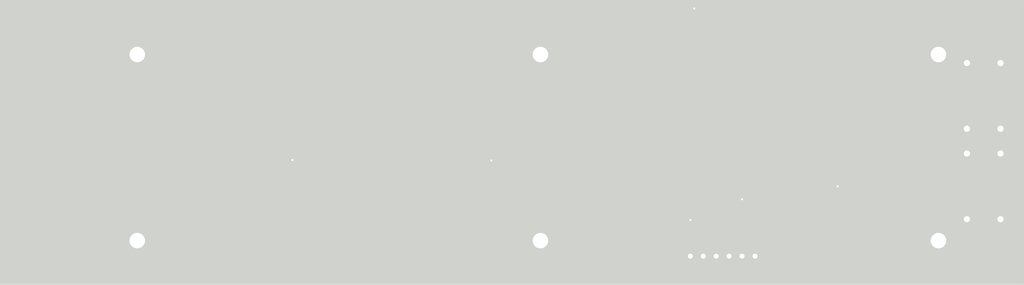
<source format=kicad_pcb>
(kicad_pcb (version 20211014) (generator pcbnew)
  (layers (0 "F.Cu" signal) (31 "B.Cu" signal) (34 "B.Paste" user) (35 "F.Paste" user) (36 "B.SilkS" user "B.Silkscreen") (37 "F.SilkS" user "F.Silkscreen") (38 "B.Mask" user) (39 "F.Mask" user) (44 "Edge.Cuts" user))
  (net 0 "")
  (net 1 "Net-(H11-Pad1)")
  (net 2 "Net-(H12-Pad1)")
  (net 3 "Net-(H14-Pad1)")
  (net 4 "Net-(H5V1-Pad1)")
  (net 5 "Net-(H13-Pad1)")
  (net 6 "GND")
  (footprint "project_fp:SolderWirePad_1x01_SMD_5x10mm" (layer "F.Cu") (at 151 115.6)
    (fp_text reference "H13" (at 0 -3.81) (layer "F.SilkS"))
    (fp_text value "MountingHole_Pad")
    (pad "1" smd rect (at 0 0) (size 5 10) (layers "F.Cu" "F.Paste" "F.Mask") (net 5 "Net-(H13-Pad1)"))
  )
  (footprint "project_fp:SolderWirePad_1x01_SMD_5x10mm" (layer "F.Cu") (at 190 115.1)
    (fp_text reference "H14" (at 0 -3.81) (layer "F.SilkS"))
    (fp_text value "MountingHole_Pad")
    (pad "1" smd rect locked (at 0 0) (size 5 10) (layers "F.Cu" "F.Paste" "F.Mask") (net 3 "Net-(H14-Pad1)"))
  )
  (footprint "project_fp:SolderWirePad_1x01_SMD_5x10mm" (layer "F.Cu") (at 53.5 115.5)
    (fp_text reference "H5V1" (at 0 -3.81) (layer "F.SilkS"))
    (fp_text value "MountingHole_Pad")
    (pad "1" smd rect locked (at 0 0) (size 5 10) (layers "F.Cu" "F.Paste" "F.Mask") (net 4 "Net-(H5V1-Pad1)"))
  )
  (footprint "Resistor_THT:R_Axial_DIN0411_L9.9mm_D3.6mm_P12.70mm_Horizontal" (layer "F.Cu") (at 210.5 136.15 -90)
    (fp_text reference "R4" (at 6.35 -2.92 -90) (layer "F.SilkS"))
    (fp_text value "R_Variable")
    (fp_line (start 1.28 -1.44) (end 1.28 -1.92) (layer "F.SilkS") (width 0.12))
    (fp_line (start 1.28 1.92) (end 11.42 1.92) (layer "F.SilkS") (width 0.12))
    (fp_line (start 11.42 -1.92) (end 11.42 -1.44) (layer "F.SilkS") (width 0.12))
    (fp_line (start 11.42 1.92) (end 11.42 1.44) (layer "F.SilkS") (width 0.12))
    (fp_line (start 1.28 -1.92) (end 11.42 -1.92) (layer "F.SilkS") (width 0.12))
    (fp_line (start 1.28 1.44) (end 1.28 1.92) (layer "F.SilkS") (width 0.12))
    (pad "1" thru_hole circle (at 0 0 270) (size 2.4 2.4) (drill 1.2) (layers *.Cu *.Mask) (net 6 "GND"))
    (pad "2" thru_hole oval (at 12.7 0 270) (size 2.4 2.4) (drill 1.2) (layers *.Cu *.Mask) (net 3 "Net-(H14-Pad1)"))
  )
  (footprint "MountingHole:MountingHole_3mm" (layer "F.Cu") (at 198.5 117)
    (fp_text reference "H3" (at 0 -4) (layer "F.SilkS"))
    (fp_text value "MountingHole")
    (pad "" np_thru_hole circle (at 0 0) (size 3 3) (drill 3) (layers *.Cu *.Mask))
  )
  (footprint "MountingHole:MountingHole_3mm" (layer "F.Cu") (at 43.5 153)
    (fp_text reference "H6" (at 0 -4) (layer "F.SilkS"))
    (fp_text value "MountingHole")
    (pad "" np_thru_hole circle (at 0 0) (size 3 3) (drill 3) (layers *.Cu *.Mask))
  )
  (footprint "MountingHole:MountingHole_3mm" (layer "F.Cu") (at 198.5 153)
    (fp_text reference "H2" (at 0 -4) (layer "F.SilkS"))
    (fp_text value "MountingHole")
    (pad "" np_thru_hole circle (at 0 0) (size 3 3) (drill 3) (layers *.Cu *.Mask))
  )
  (footprint "project_fp:SolderWirePad_1x01_SMD_5x10mm" (layer "F.Cu") (at 112 115.6)
    (fp_text reference "H12" (at 0 -3.81) (layer "F.SilkS"))
    (fp_text value "MountingHole_Pad")
    (pad "1" smd rect locked (at 0 0) (size 5 10) (layers "F.Cu" "F.Paste" "F.Mask") (net 2 "Net-(H12-Pad1)"))
  )
  (footprint "project_fp:SolderWirePad_1x01_SMD_5x10mm" (layer "F.Cu") (at 131 115.6)
    (fp_text reference "H5V3" (at 0 -3.81) (layer "F.SilkS"))
    (fp_text value "MountingHole_Pad")
    (pad "1" smd rect locked (at 0 0) (size 5 10) (layers "F.Cu" "F.Paste" "F.Mask") (net 4 "Net-(H5V1-Pad1)"))
  )
  (footprint "project_fp:SolderWirePad_1x01_SMD_5x10mm" (layer "F.Cu") (at 73.4 115.5)
    (fp_text reference "H11" (at 0 -3.81) (layer "F.SilkS"))
    (fp_text value "MountingHole_Pad")
    (pad "1" smd rect locked (at 0 0) (size 5 10) (layers "F.Cu" "F.Paste" "F.Mask") (net 1 "Net-(H11-Pad1)"))
  )
  (footprint "Resistor_THT:R_Axial_DIN0411_L9.9mm_D3.6mm_P12.70mm_Horizontal" (layer "F.Cu") (at 204 118.65 -90)
    (fp_text reference "R1" (at 6.35 -2.92 -90) (layer "F.SilkS"))
    (fp_text value "R_Variable")
    (fp_line (start 1.28 -1.92) (end 11.42 -1.92) (layer "F.SilkS") (width 0.12))
    (fp_line (start 1.28 1.92) (end 11.42 1.92) (layer "F.SilkS") (width 0.12))
    (fp_line (start 1.28 1.44) (end 1.28 1.92) (layer "F.SilkS") (width 0.12))
    (fp_line (start 11.42 -1.92) (end 11.42 -1.44) (layer "F.SilkS") (width 0.12))
    (fp_line (start 11.42 1.92) (end 11.42 1.44) (layer "F.SilkS") (width 0.12))
    (fp_line (start 1.28 -1.44) (end 1.28 -1.92) (layer "F.SilkS") (width 0.12))
    (pad "1" thru_hole circle (at 0 0 270) (size 2.4 2.4) (drill 1.2) (layers *.Cu *.Mask) (net 6 "GND"))
    (pad "2" thru_hole oval (at 12.7 0 270) (size 2.4 2.4) (drill 1.2) (layers *.Cu *.Mask) (net 5 "Net-(H13-Pad1)"))
  )
  (footprint "MountingHole:MountingHole_3mm" (layer "F.Cu") (at 43.5 117)
    (fp_text reference "H1" (at 0 -4) (layer "F.SilkS"))
    (fp_text value "MountingHole")
    (pad "" np_thru_hole circle (at 0 0) (size 3 3) (drill 3) (layers *.Cu *.Mask))
  )
  (footprint "Connector_JST:JST_XH_B6B-XH-A_1x06_P2.50mm_Vertical" (layer "F.Cu") (at 150.5 156)
    (fp_text reference "J?3=FSR4;6=FSR1" (at 6.25 -3.55) (layer "F.SilkS"))
    (fp_text value "06JQ-BT")
    (fp_line (start -2.85 -2.75) (end -2.85 -1.5) (layer "F.SilkS") (width 0.12))
    (fp_line (start 13.25 -1.7) (end 15.05 -1.7) (layer "F.SilkS") (width 0.12))
    (fp_line (start -1.8 2.75) (end 6.25 2.75) (layer "F.SilkS") (width 0.12))
    (fp_line (start -0.75 -2.45) (end -2.55 -2.45) (layer "F.SilkS") (width 0.12))
    (fp_line (start 15.06 3.51) (end 15.06 -2.46) (layer "F.SilkS") (width 0.12))
    (fp_line (start -2.56 3.51) (end 15.06 3.51) (layer "F.SilkS") (width 0.12))
    (fp_line (start 15.05 -1.7) (end 15.05 -2.45) (layer "F.SilkS") (width 0.12))
    (fp_line (start 15.05 -2.45) (end 13.25 -2.45) (layer "F.SilkS") (width 0.12))
    (fp_line (start 15.06 -2.46) (end -2.56 -2.46) (layer "F.SilkS") (width 0.12))
    (fp_line (start -0.75 -1.7) (end -0.75 -2.45) (layer "F.SilkS") (width 0.12))
    (fp_line (start 0.75 -2.45) (end 0.75 -1.7) (layer "F.SilkS") (width 0.12))
    (fp_line (start 14.3 2.75) (end 6.25 2.75) (layer "F.SilkS") (width 0.12))
    (fp_line (start 14.3 -0.2) (end 14.3 2.75) (layer "F.SilkS") (width 0.12))
    (fp_line (start 15.05 -0.2) (end 14.3 -0.2) (layer "F.SilkS") (width 0.12))
    (fp_line (start 11.75 -1.7) (end 11.75 -2.45) (layer "F.SilkS") (width 0.12))
    (fp_line (start -2.56 -2.46) (end -2.56 3.51) (layer "F.SilkS") (width 0.12))
    (fp_line (start 13.25 -2.45) (end 13.25 -1.7) (layer "F.SilkS") (width 0.12))
    (fp_line (start 0.75 -1.7) (end 11.75 -1.7) (layer "F.SilkS") (width 0.12))
    (fp_line (start -2.55 -2.45) (end -2.55 -1.7) (layer "F.SilkS") (width 0.12))
    (fp_line (start -2.55 -1.7) (end -0.75 -1.7) (layer "F.SilkS") (width 0.12))
    (fp_line (start -1.8 -0.2) (end -1.8 2.75) (layer "F.SilkS") (width 0.12))
    (fp_line (start -2.55 -0.2) (end -1.8 -0.2) (layer "F.SilkS") (width 0.12))
    (fp_line (start -1.6 -2.75) (end -2.85 -2.75) (layer "F.SilkS") (width 0.12))
    (fp_line (start 11.75 -2.45) (end 0.75 -2.45) (layer "F.SilkS") (width 0.12))
    (pad "1" thru_hole roundrect (at 0 0) (size 1.7 1.95) (drill 0.95) (layers *.Cu *.Mask) (roundrect_rratio 0.1470588235) (net 6 "GND"))
    (pad "2" thru_hole oval (at 2.5 0) (size 1.7 1.95) (drill 0.95) (layers *.Cu *.Mask) (net 4 "Net-(H5V1-Pad1)"))
    (pad "3" thru_hole oval (at 5 0) (size 1.7 1.95) (drill 0.95) (layers *.Cu *.Mask) (net 3 "Net-(H14-Pad1)"))
    (pad "4" thru_hole oval (at 7.5 0) (size 1.7 1.95) (drill 0.95) (layers *.Cu *.Mask) (net 5 "Net-(H13-Pad1)"))
    (pad "5" thru_hole oval (at 10 0) (size 1.7 1.95) (drill 0.95) (layers *.Cu *.Mask) (net 2 "Net-(H12-Pad1)"))
    (pad "6" thru_hole oval (at 12.5 0) (size 1.7 1.95) (drill 0.95) (layers *.Cu *.Mask) (net 1 "Net-(H11-Pad1)"))
  )
  (footprint "Resistor_THT:R_Axial_DIN0411_L9.9mm_D3.6mm_P12.70mm_Horizontal" (layer "F.Cu") (at 204 136.15 -90)
    (fp_text reference "R3" (at 6.35 -2.92 -90) (layer "F.SilkS"))
    (fp_text value "R_Variable")
    (fp_line (start 11.42 -1.92) (end 11.42 -1.44) (layer "F.SilkS") (width 0.12))
    (fp_line (start 1.28 -1.92) (end 11.42 -1.92) (layer "F.SilkS") (width 0.12))
    (fp_line (start 1.28 1.44) (end 1.28 1.92) (layer "F.SilkS") (width 0.12))
    (fp_line (start 1.28 1.92) (end 11.42 1.92) (layer "F.SilkS") (width 0.12))
    (fp_line (start 11.42 1.92) (end 11.42 1.44) (layer "F.SilkS") (width 0.12))
    (fp_line (start 1.28 -1.44) (end 1.28 -1.92) (layer "F.SilkS") (width 0.12))
    (pad "1" thru_hole circle (at 0 0 270) (size 2.4 2.4) (drill 1.2) (layers *.Cu *.Mask) (net 6 "GND"))
    (pad "2" thru_hole oval (at 12.7 0 270) (size 2.4 2.4) (drill 1.2) (layers *.Cu *.Mask) (net 2 "Net-(H12-Pad1)"))
  )
  (footprint "project_fp:SolderWirePad_1x01_SMD_5x10mm" (layer "F.Cu") (at 92 115.7)
    (fp_text reference "H5V2" (at 0 -3.81) (layer "F.SilkS"))
    (fp_text value "MountingHole_Pad")
    (pad "1" smd rect locked (at 0 0) (size 5 10) (layers "F.Cu" "F.Paste" "F.Mask") (net 4 "Net-(H5V1-Pad1)"))
  )
  (footprint "Resistor_THT:R_Axial_DIN0411_L9.9mm_D3.6mm_P12.70mm_Horizontal" (layer "F.Cu") (at 210.5 118.65 -90)
    (fp_text reference "R2" (at 6.35 -2.92 -90) (layer "F.SilkS"))
    (fp_text value "R_Variable")
    (fp_line (start 1.28 -1.44) (end 1.28 -1.92) (layer "F.SilkS") (width 0.12))
    (fp_line (start 11.42 1.92) (end 11.42 1.44) (layer "F.SilkS") (width 0.12))
    (fp_line (start 1.28 -1.92) (end 11.42 -1.92) (layer "F.SilkS") (width 0.12))
    (fp_line (start 11.42 -1.92) (end 11.42 -1.44) (layer "F.SilkS") (width 0.12))
    (fp_line (start 1.28 1.44) (end 1.28 1.92) (layer "F.SilkS") (width 0.12))
    (fp_line (start 1.28 1.92) (end 11.42 1.92) (layer "F.SilkS") (width 0.12))
    (pad "1" thru_hole circle (at 0 0 270) (size 2.4 2.4) (drill 1.2) (layers *.Cu *.Mask) (net 6 "GND"))
    (pad "2" thru_hole oval (at 12.7 0 270) (size 2.4 2.4) (drill 1.2) (layers *.Cu *.Mask) (net 1 "Net-(H11-Pad1)"))
  )
  (footprint "MountingHole:MountingHole_3mm" (layer "F.Cu") (at 121.5 153)
    (fp_text reference "H10" (at 0 -4) (layer "F.SilkS"))
    (fp_text value "MountingHole")
    (pad "" np_thru_hole circle (at 0 0) (size 3 3) (drill 3) (layers *.Cu *.Mask))
  )
  (footprint "project_fp:SolderWirePad_1x01_SMD_5x10mm" (layer "F.Cu") (at 170 115.1)
    (fp_text reference "H5V4" (at 0 -3.81) (layer "F.SilkS"))
    (fp_text value "MountingHole_Pad")
    (pad "1" smd rect locked (at 0 0) (size 5 10) (layers "F.Cu" "F.Paste" "F.Mask") (net 4 "Net-(H5V1-Pad1)"))
  )
  (footprint "MountingHole:MountingHole_3mm" (layer "F.Cu") (at 121.5 117)
    (fp_text reference "H5" (at 0 -4) (layer "F.SilkS"))
    (fp_text value "MountingHole")
    (pad "" np_thru_hole circle (at 0 0) (size 3 3) (drill 3) (layers *.Cu *.Mask))
  )
  (gr_rect (start 17 106.5) (end 215 161.5) (layer "Edge.Cuts") (width 0.1) (fill none))
  (segment (start 73.5 115.6) (end 73.5 137.4) (width 0.5) (layer "F.Cu") (net 1))
  (segment (start 73.5 137.5) (end 73.4 137.6) (width 0.5) (layer "F.Cu") (net 1))
  (via (at 73.5 137.4) (size 0.8) (drill 0.4) (layers "F.Cu" "B.Cu") (net 1))
  (segment (start 213.5 154) (end 213.5 133) (width 0.5) (layer "B.Cu") (net 1))
  (segment (start 75.5 148.5) (end 73.5 146.5) (width 0.5) (layer "B.Cu") (net 1))
  (segment (start 73.5 146.5) (end 73.5 137.4) (width 0.5) (layer "B.Cu") (net 1))
  (segment (start 182.5 159.5) (end 208 159.5) (width 0.5) (layer "B.Cu") (net 1))
  (segment (start 163 152) (end 163 156) (width 0.5) (layer "B.Cu") (net 1))
  (segment (start 174 151) (end 182.5 159.5) (width 0.5) (layer "B.Cu") (net 1))
  (segment (start 211.85 131.35) (end 210.5 131.35) (width 0.5) (layer "B.Cu") (net 1))
  (segment (start 208 159.5) (end 213.5 154) (width 0.5) (layer "B.Cu") (net 1))
  (segment (start 163 151) (end 164 151) (width 0.5) (layer "B.Cu") (net 1))
  (segment (start 163 151) (end 174 151) (width 0.5) (layer "B.Cu") (net 1))
  (segment (start 163 151) (end 128.5 151) (width 0.5) (layer "B.Cu") (net 1))
  (segment (start 213.5 133) (end 211.85 131.35) (width 0.5) (layer "B.Cu") (net 1))
  (segment (start 128.5 151) (end 126 148.5) (width 0.5) (layer "B.Cu") (net 1))
  (segment (start 126 148.5) (end 75.5 148.5) (width 0.5) (layer "B.Cu") (net 1))
  (segment (start 164 151) (end 163 152) (width 0.5) (layer "B.Cu") (net 1))
  (segment (start 112 115.6) (end 112 137.5) (width 0.5) (layer "F.Cu") (net 2))
  (segment (start 160.5 145) (end 160.5 156) (width 0.5) (layer "F.Cu") (net 2))
  (via (at 160.5 145) (size 0.8) (drill 0.4) (layers "F.Cu" "B.Cu") (net 2))
  (via (at 112 137.5) (size 0.8) (drill 0.4) (layers "F.Cu" "B.Cu") (net 2))
  (segment (start 201.89 145) (end 204 147.11) (width 0.5) (layer "B.Cu") (net 2))
  (segment (start 119.5 145) (end 160.5 145) (width 0.5) (layer "B.Cu") (net 2))
  (segment (start 204 147.11) (end 204 148.85) (width 0.5) (layer "B.Cu") (net 2))
  (segment (start 112 137.5) (end 119.5 145) (width 0.5) (layer "B.Cu") (net 2))
  (segment (start 160.5 145) (end 201.89 145) (width 0.5) (layer "B.Cu") (net 2))
  (segment (start 210.5 147.11) (end 210.5 148.85) (width 0.5) (layer "F.Cu") (net 3))
  (segment (start 179 139) (end 174.5 143.5) (width 0.5) (layer "F.Cu") (net 3))
  (segment (start 159.5 143.5) (end 155.5 147.5) (width 0.5) (layer "F.Cu") (net 3))
  (segment (start 179 139) (end 182 142) (width 0.5) (layer "F.Cu") (net 3))
  (segment (start 205.39 142) (end 210.5 147.11) (width 0.5) (layer "F.Cu") (net 3))
  (segment (start 179 117.1) (end 181 115.1) (width 0.5) (layer "F.Cu") (net 3))
  (segment (start 188.5 115.1) (end 190 115.1) (width 0.5) (layer "F.Cu") (net 3))
  (segment (start 182 142) (end 205.39 142) (width 0.5) (layer "F.Cu") (net 3))
  (segment (start 155.5 147.5) (end 155.5 156) (width 0.5) (layer "F.Cu") (net 3))
  (segment (start 174.5 143.5) (end 159.5 143.5) (width 0.5) (layer "F.Cu") (net 3))
  (segment (start 179 139) (end 179 117.1) (width 0.5) (layer "F.Cu") (net 3))
  (segment (start 181 115.1) (end 190 115.1) (width 0.5) (layer "F.Cu") (net 3))
  (segment (start 53.5 115.5) (end 53.5 138.9) (width 0.5) (layer "F.Cu") (net 4))
  (segment (start 131 139.4) (end 133.8 142.2) (width 0.5) (layer "F.Cu") (net 4))
  (segment (start 53.5 138.9) (end 56.8 142.2) (width 0.5) (layer "F.Cu") (net 4))
  (segment (start 92 115.7) (end 92 140.4) (width 0.5) (layer "F.Cu") (net 4))
  (segment (start 165.8 142.2) (end 150.8 142.2) (width 0.5) (layer "F.Cu") (net 4))
  (segment (start 92 140.4) (end 93.8 142.2) (width 0.5) (layer "F.Cu") (net 4))
  (segment (start 153 144.4) (end 150.8 142.2) (width 0.5) (layer "F.Cu") (net 4))
  (segment (start 170 115.1) (end 170 138) (width 0.5) (layer "F.Cu") (net 4))
  (segment (start 56.8 142.2) (end 93.8 142.2) (width 0.5) (layer "F.Cu") (net 4))
  (segment (start 170 115.1) (end 168 115.1) (width 0.5) (layer "F.Cu") (net 4))
  (segment (start 153 156) (end 153 144.4) (width 0.5) (layer "F.Cu") (net 4))
  (segment (start 93.8 142.2) (end 150.8 142.2) (width 0.5) (layer "F.Cu") (net 4))
  (segment (start 170 138) (end 165.8 142.2) (width 0.5) (layer "F.Cu") (net 4))
  (segment (start 131 115.6) (end 131 139.4) (width 0.5) (layer "F.Cu") (net 4))
  (segment (start 151.25 108.1) (end 151 108.35) (width 0.5) (layer "F.Cu") (net 5))
  (segment (start 179 142.5) (end 179 158.5) (width 0.5) (layer "F.Cu") (net 5))
  (segment (start 177.5 160) (end 162 160) (width 0.5) (layer "F.Cu") (net 5))
  (segment (start 179 158.5) (end 177.5 160) (width 0.5) (layer "F.Cu") (net 5))
  (segment (start 162 160) (end 158 156) (width 0.5) (layer "F.Cu") (net 5))
  (segment (start 151 108.35) (end 151 115.6) (width 0.5) (layer "F.Cu") (net 5))
  (via (at 151.25 108.1) (size 0.8) (drill 0.4) (layers "F.Cu" "B.Cu") (net 5))
  (via (at 179 142.5) (size 0.8) (drill 0.4) (layers "F.Cu" "B.Cu") (net 5))
  (segment (start 176.1 107.6) (end 151.75 107.6) (width 0.5) (layer "B.Cu") (net 5))
  (segment (start 182.5 133) (end 184 131.5) (width 0.5) (layer "B.Cu") (net 5))
  (segment (start 203.85 131.5) (end 204 131.35) (width 0.5) (layer "B.Cu") (net 5))
  (segment (start 182.5 133) (end 182.5 114) (width 0.5) (layer "B.Cu") (net 5))
  (segment (start 182.5 114) (end 176.1 107.6) (width 0.5) (layer "B.Cu") (net 5))
  (segment (start 182.5 133) (end 182.5 139) (width 0.5) (layer "B.Cu") (net 5))
  (segment (start 182.5 139) (end 179 142.5) (width 0.5) (layer "B.Cu") (net 5))
  (segment (start 151.75 107.6) (end 151.25 108.1) (width 0.5) (layer "B.Cu") (net 5))
  (segment (start 184 131.5) (end 203.85 131.5) (width 0.5) (layer "B.Cu") (net 5))
  (segment (start 150.5 156) (end 150.5 149) (width 0.5) (layer "F.Cu") (net 6))
  (via (at 150.5 149) (size 0.8) (drill 0.4) (layers "F.Cu" "B.Cu") (net 6))
  (segment (start 207 136) (end 206.85 136.15) (width 0.5) (layer "B.Cu") (net 6))
  (segment (start 206.85 136.15) (end 204 136.15) (width 0.5) (layer "B.Cu") (net 6))
  (segment (start 207 118.5) (end 210.49 118.5) (width 0.5) (layer "B.Cu") (net 6))
  (segment (start 206.85 136.15) (end 210.5 136.15) (width 0.5) (layer "B.Cu") (net 6))
  (segment (start 207 157.5) (end 194 157.5) (width 0.5) (layer "B.Cu") (net 6))
  (segment (start 203.99 118.5) (end 207 118.5) (width 0.5) (layer "B.Cu") (net 6))
  (segment (start 207 136) (end 207 157.5) (width 0.5) (layer "B.Cu") (net 6))
  (segment (start 185.5 149) (end 150.5 149) (width 0.5) (layer "B.Cu") (net 6))
  (segment (start 194 157.5) (end 185.5 149) (width 0.5) (layer "B.Cu") (net 6))
  (segment (start 207 118.5) (end 207 136) (width 0.5) (layer "B.Cu") (net 6))
  (zone (net 6) (net_name "GND") (layers F&B.Cu) (connect_pads (clearance 0.508)) (min_thickness 0.254) (fill yes (thermal_gap 0.508) (thermal_bridge_width 0.508))
    (polygon (pts (xy 215 161.5) (xy 17 161.5) (xy 17 106.5) (xy 215 106.5)))
  )
  (zone (net 0) (net_name "") (layer "Edge.Cuts") (connect_pads (clearance 0.508)) (min_thickness 0.254) (fill yes (thermal_gap 0.508) (thermal_bridge_width 0.508))
    (polygon (pts (xy 215 161.5) (xy 17 161.5) (xy 17 106.5) (xy 215 106.5)))
  )
)
</source>
